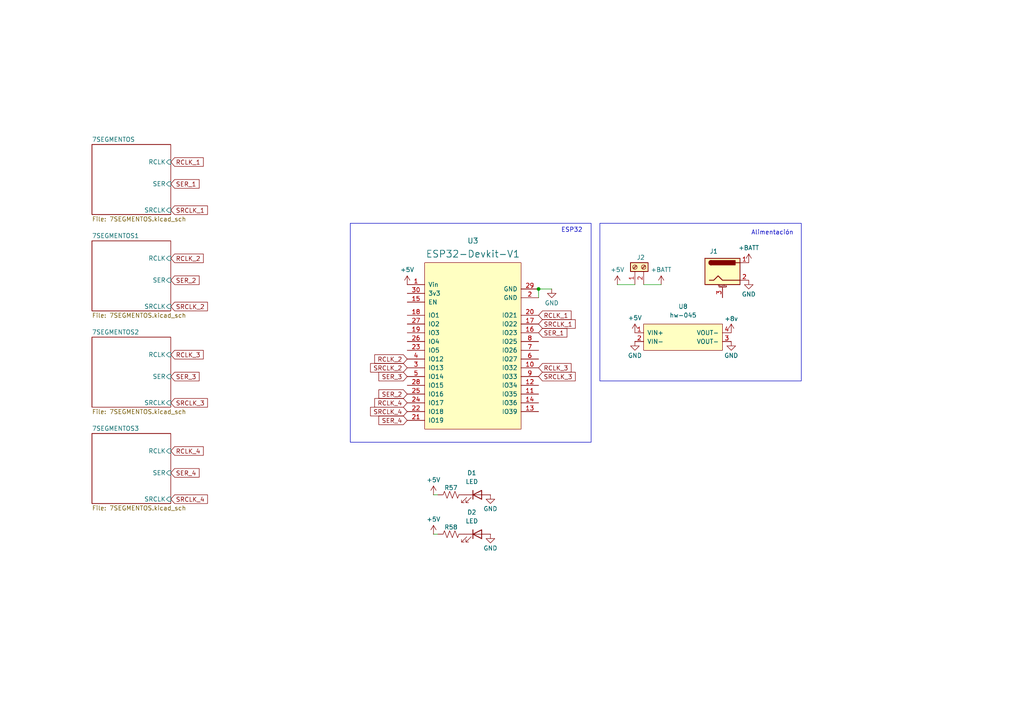
<source format=kicad_sch>
(kicad_sch (version 20250114) (generator "eeschema") (generator_version "9.0")
  (paper "A4")
  (lib_symbols
    (symbol "Connector:Barrel_Jack_MountingPin" (pin_names (hide yes))
      (property "Reference" "J1" (at -2.54 5.842 0))
      (symbol "Barrel_Jack_MountingPin_0_1"
        (rectangle (start -5.08 3.81) (end 5.08 -3.81) (stroke (width 0.254)) (fill (type background)))
        (polyline (pts (xy -3.81 -2.54) (xy -2.54 -2.54) (xy -1.27 -1.27) (xy 0 -2.54) (xy 2.54 -2.54) (xy 5.08 -2.54)) (stroke (width 0.254)))
        (arc (start -3.302 1.905) (mid -3.9343 2.54) (end -3.302 3.175) (stroke (width 0.254)))
        (arc (start -3.302 1.905) (mid -3.9343 2.54) (end -3.302 3.175) (stroke (width 0.254)) (fill (type outline)))
        (rectangle (start 3.683 3.175) (end -3.302 1.905) (stroke (width 0.254)) (fill (type outline)))
        (polyline (pts (xy 5.08 2.54) (xy 3.81 2.54)) (stroke (width 0.254)))
      )
      (symbol "Barrel_Jack_MountingPin_1_1"
        (polyline (pts (xy -1.016 -4.572) (xy 1.016 -4.572)) (stroke (width 0.1524)))
        (text "Mounting" (at 0 -4.191 0) (effects (font (size 0.381 0.381))))
        (pin passive line (at 0 -7.62 90) (length 3.048) (name "MountPin") (number "3"))
        (pin passive line (at 7.62 2.54 180) (length 2.54) (name "~") (number "1"))
        (pin passive line (at 7.62 -2.54 180) (length 2.54) (name "~") (number "2"))
      )
    )
    (symbol "Connector:Screw_Terminal_01x02" (pin_names (offset 1.016) (hide yes))
      (property "Reference" "J" (at 0 2.54 0))
      (property "Value" "Screw_Terminal_01x02" (at 0 -5.08 0))
      (symbol "Screw_Terminal_01x02_1_1"
        (rectangle (start -1.27 1.27) (end 1.27 -3.81) (stroke (width 0.254)) (fill (type background)))
        (polyline (pts (xy -0.5334 0.3302) (xy 0.3302 -0.508)) (stroke (width 0.1524)))
        (polyline (pts (xy -0.5334 -2.2098) (xy 0.3302 -3.048)) (stroke (width 0.1524)))
        (polyline (pts (xy -0.3556 0.508) (xy 0.508 -0.3302)) (stroke (width 0.1524)))
        (polyline (pts (xy -0.3556 -2.032) (xy 0.508 -2.8702)) (stroke (width 0.1524)))
        (circle (center 0 0) (radius 0.635) (stroke (width 0.1524)))
        (circle (center 0 -2.54) (radius 0.635) (stroke (width 0.1524)))
        (pin passive line (at -5.08 0 0) (length 3.81) (name "Pin_1") (number "1"))
        (pin passive line (at -5.08 -2.54 0) (length 3.81) (name "Pin_2") (number "2"))
      )
    )
    (symbol "Device:LED" (pin_numbers (hide yes)) (pin_names (offset 1.016) (hide yes))
      (property "Reference" "D" (at 0 2.54 0))
      (property "Value" "LED" (at 0 -2.54 0))
      (symbol "LED_0_1"
        (polyline (pts (xy -3.048 -0.762) (xy -4.572 -2.286) (xy -3.81 -2.286) (xy -4.572 -2.286) (xy -4.572 -1.524)))
        (polyline (pts (xy -1.778 -0.762) (xy -3.302 -2.286) (xy -2.54 -2.286) (xy -3.302 -2.286) (xy -3.302 -1.524)))
        (polyline (pts (xy -1.27 0) (xy 1.27 0)))
        (polyline (pts (xy -1.27 -1.27) (xy -1.27 1.27)) (stroke (width 0.254)))
        (polyline (pts (xy 1.27 -1.27) (xy 1.27 1.27) (xy -1.27 0) (xy 1.27 -1.27)) (stroke (width 0.254)))
      )
      (symbol "LED_1_1"
        (pin passive line (at -3.81 0 0) (length 2.54) (name "K") (number "1"))
        (pin passive line (at 3.81 0 180) (length 2.54) (name "A") (number "2"))
      )
    )
    (symbol "Device:R_US" (pin_numbers (hide yes)) (pin_names (offset 0))
      (property "Reference" "R" (at 2.54 0 90))
      (property "Value" "R_US" (at -2.54 0 90))
      (symbol "R_US_0_1"
        (polyline (pts (xy 0 2.286) (xy 0 2.54)))
        (polyline (pts (xy 0 2.286) (xy 1.016 1.905) (xy 0 1.524) (xy -1.016 1.143) (xy 0 0.762)))
        (polyline (pts (xy 0 0.762) (xy 1.016 0.381) (xy 0 0) (xy -1.016 -0.381) (xy 0 -0.762)))
        (polyline (pts (xy 0 -0.762) (xy 1.016 -1.143) (xy 0 -1.524) (xy -1.016 -1.905) (xy 0 -2.286)))
        (polyline (pts (xy 0 -2.286) (xy 0 -2.54)))
      )
      (symbol "R_US_1_1"
        (pin passive line (at 0 3.81 270) (length 1.27) (name "~") (number "1"))
        (pin passive line (at 0 -3.81 90) (length 1.27) (name "~") (number "2"))
      )
    )
    (symbol "ESP32 - devkit:ESP32-Devkit-V1" (pin_names (offset 1.016))
      (property "Reference" "U" (at 13.97 -21.59 0))
      (property "Value" "ESP32-Devkit-V1" (at 13.97 -2.54 0))
      (symbol "ESP32-Devkit-V1_0_1"
        (rectangle (start 0 0) (end 27.94 -48.26) (fill (type background)))
      )
      (symbol "ESP32-Devkit-V1_1_1"
        (pin power_in line (at -5.08 -6.35 0) (length 5.08) (name "Vin") (number "1"))
        (pin power_out line (at -5.08 -8.89 0) (length 5.08) (name "3v3") (number "30"))
        (pin input line (at -5.08 -11.43 0) (length 5.08) (name "EN") (number "15"))
        (pin bidirectional line (at -5.08 -15.24 0) (length 5.08) (name "IO1") (number "18"))
        (pin bidirectional line (at -5.08 -17.78 0) (length 5.08) (name "IO2") (number "27"))
        (pin bidirectional line (at -5.08 -20.32 0) (length 5.08) (name "IO3") (number "19"))
        (pin bidirectional line (at -5.08 -22.86 0) (length 5.08) (name "IO4") (number "26"))
        (pin bidirectional line (at -5.08 -25.4 0) (length 5.08) (name "IO5") (number "23"))
        (pin bidirectional line (at -5.08 -27.94 0) (length 5.08) (name "IO12") (number "4"))
        (pin bidirectional line (at -5.08 -30.48 0) (length 5.08) (name "IO13") (number "3"))
        (pin bidirectional line (at -5.08 -33.02 0) (length 5.08) (name "IO14") (number "5"))
        (pin bidirectional line (at -5.08 -35.56 0) (length 5.08) (name "IO15") (number "28"))
        (pin bidirectional line (at -5.08 -38.1 0) (length 5.08) (name "IO16") (number "25"))
        (pin bidirectional line (at -5.08 -40.64 0) (length 5.08) (name "IO17") (number "24"))
        (pin bidirectional line (at -5.08 -43.18 0) (length 5.08) (name "IO18") (number "22"))
        (pin bidirectional line (at -5.08 -45.72 0) (length 5.08) (name "IO19") (number "21"))
        (pin power_out line (at 33.02 -7.62 180) (length 5.08) (name "GND") (number "29"))
        (pin power_out line (at 33.02 -10.16 180) (length 5.08) (name "GND") (number "2"))
        (pin bidirectional line (at 33.02 -15.24 180) (length 5.08) (name "IO21") (number "20"))
        (pin bidirectional line (at 33.02 -17.78 180) (length 5.08) (name "IO22") (number "17"))
        (pin bidirectional line (at 33.02 -20.32 180) (length 5.08) (name "IO23") (number "16"))
        (pin bidirectional line (at 33.02 -22.86 180) (length 5.08) (name "IO25") (number "8"))
        (pin bidirectional line (at 33.02 -25.4 180) (length 5.08) (name "IO26") (number "7"))
        (pin bidirectional line (at 33.02 -27.94 180) (length 5.08) (name "IO27") (number "6"))
        (pin bidirectional line (at 33.02 -30.48 180) (length 5.08) (name "IO32") (number "10"))
        (pin bidirectional line (at 33.02 -33.02 180) (length 5.08) (name "IO33") (number "9"))
        (pin bidirectional line (at 33.02 -35.56 180) (length 5.08) (name "IO34") (number "12"))
        (pin bidirectional line (at 33.02 -38.1 180) (length 5.08) (name "IO35") (number "11"))
        (pin bidirectional line (at 33.02 -40.64 180) (length 5.08) (name "IO36") (number "14"))
        (pin bidirectional line (at 33.02 -43.18 180) (length 5.08) (name "IO39") (number "13"))
      )
    )
    (symbol "MT3608:hw-045" (pin_names (offset 1.016))
      (property "Reference" "U" (at 0 0 0))
      (property "Value" "hw-045" (at 0 1.905 0))
      (symbol "hw-045_0_1"
        (rectangle (start -10.16 5.08) (end 12.7 -2.54) (fill (type background)))
      )
      (symbol "hw-045_1_1"
        (pin input line (at -12.7 2.54 0) (length 2.54) (name "VIN+") (number "1"))
        (pin input line (at -12.7 0 0) (length 2.54) (name "VIN-") (number "2"))
        (pin input line (at 15.24 2.54 180) (length 2.54) (name "VOUT-") (number "4"))
        (pin input line (at 15.24 0 180) (length 2.54) (name "VOUT-") (number "3"))
      )
    )
    (symbol "power:+5V" (power) (pin_numbers (hide yes)) (pin_names (offset 0) (hide yes))
      (property "Value" "+5V" (at 0 3.556 0))
      (symbol "+5V_0_1"
        (polyline (pts (xy -0.762 1.27) (xy 0 2.54)))
        (polyline (pts (xy 0 2.54) (xy 0.762 1.27)))
        (polyline (pts (xy 0 0) (xy 0 2.54)))
      )
      (symbol "+5V_1_1"
        (pin power_in line (at 0 0 90) (length 0) (name "~") (number "1"))
      )
    )
    (symbol "power:+BATT" (power) (pin_numbers (hide yes)) (pin_names (offset 0) (hide yes))
      (property "Value" "+BATT" (at 0 3.556 0))
      (symbol "+BATT_0_1"
        (polyline (pts (xy -0.762 1.27) (xy 0 2.54)))
        (polyline (pts (xy 0 2.54) (xy 0.762 1.27)))
        (polyline (pts (xy 0 0) (xy 0 2.54)))
      )
      (symbol "+BATT_1_1"
        (pin power_in line (at 0 0 90) (length 0) (name "~") (number "1"))
      )
    )
    (symbol "power:GND" (power) (pin_numbers (hide yes)) (pin_names (offset 0) (hide yes))
      (property "Value" "GND" (at 0 -3.81 0))
      (symbol "GND_0_1"
        (polyline (pts (xy 0 0) (xy 0 -1.27) (xy 1.27 -1.27) (xy 0 -2.54) (xy -1.27 -1.27) (xy 0 -1.27)))
      )
      (symbol "GND_1_1"
        (pin power_in line (at 0 0 270) (length 0) (name "~") (number "1"))
      )
    )
    (symbol "power:VCC" (power) (pin_numbers (hide yes)) (pin_names (offset 0) (hide yes))
      (property "Value" "VCC" (at 0 3.556 0))
      (symbol "VCC_0_1"
        (polyline (pts (xy -0.762 1.27) (xy 0 2.54)))
        (polyline (pts (xy 0 2.54) (xy 0.762 1.27)))
        (polyline (pts (xy 0 0) (xy 0 2.54)))
      )
      (symbol "VCC_1_1"
        (pin power_in line (at 0 0 90) (length 0) (name "~") (number "1"))
      )
    )
  )
  (rectangle (start 101.6 64.77) (end 171.45 128.27))
  (rectangle (start 173.99 64.77) (end 232.41 110.49))
  (text "ESP32\n" (at 165.862 66.802 0) (effects (font (size 1.27 1.27))))
  (text "Alimentación\n" (at 224.028 67.564 0) (effects (font (size 1.27 1.27))))
  (junction (at 156.21 83.82))
  (wire (pts (xy 179.07 82.55) (xy 184.15 82.55)))
  (wire (pts (xy 156.21 83.82) (xy 156.21 86.36)))
  (wire (pts (xy 156.21 83.82) (xy 160.02 83.82)))
  (wire (pts (xy 125.73 143.51) (xy 127 143.51)))
  (wire (pts (xy 186.69 82.55) (xy 191.77 82.55)))
  (wire (pts (xy 125.73 154.94) (xy 127 154.94)))
  (global_label "RCLK_2" (shape input) (at 49.53 74.93 0) (property "Intersheetrefs" "${INTERSHEET_REFS}" (effects (hide yes))))
  (global_label "SER_3" (shape input) (at 49.53 109.22 0) (property "Intersheetrefs" "${INTERSHEET_REFS}" (effects (hide yes))))
  (global_label "SRCLK_2" (shape input) (at 118.11 106.68 180) (property "Intersheetrefs" "${INTERSHEET_REFS}" (effects (hide yes))))
  (global_label "SER_2" (shape input) (at 118.11 114.3 180) (property "Intersheetrefs" "${INTERSHEET_REFS}" (effects (hide yes))))
  (global_label "SRCLK_2" (shape input) (at 49.53 88.9 0) (property "Intersheetrefs" "${INTERSHEET_REFS}" (effects (hide yes))))
  (global_label "RCLK_1" (shape input) (at 156.21 91.44 0) (property "Intersheetrefs" "${INTERSHEET_REFS}" (effects (hide yes))))
  (global_label "RCLK_2" (shape input) (at 118.11 104.14 180) (property "Intersheetrefs" "${INTERSHEET_REFS}" (effects (hide yes))))
  (global_label "SRCLK_3" (shape input) (at 156.21 109.22 0) (property "Intersheetrefs" "${INTERSHEET_REFS}" (effects (hide yes))))
  (global_label "SRCLK_4" (shape input) (at 49.53 144.78 0) (property "Intersheetrefs" "${INTERSHEET_REFS}" (effects (hide yes))))
  (global_label "SER_2" (shape input) (at 49.53 81.28 0) (property "Intersheetrefs" "${INTERSHEET_REFS}" (effects (hide yes))))
  (global_label "SRCLK_4" (shape input) (at 118.11 119.38 180) (property "Intersheetrefs" "${INTERSHEET_REFS}" (effects (hide yes))))
  (global_label "RCLK_3" (shape input) (at 156.21 106.68 0) (property "Intersheetrefs" "${INTERSHEET_REFS}" (effects (hide yes))))
  (global_label "RCLK_4" (shape input) (at 118.11 116.84 180) (property "Intersheetrefs" "${INTERSHEET_REFS}" (effects (hide yes))))
  (global_label "SER_1" (shape input) (at 156.21 96.52 0) (property "Intersheetrefs" "${INTERSHEET_REFS}" (effects (hide yes))))
  (global_label "SRCLK_1" (shape input) (at 49.53 60.96 0) (property "Intersheetrefs" "${INTERSHEET_REFS}" (effects (hide yes))))
  (global_label "SRCLK_1" (shape input) (at 156.21 93.98 0) (property "Intersheetrefs" "${INTERSHEET_REFS}" (effects (hide yes))))
  (global_label "SER_1" (shape input) (at 49.53 53.34 0) (property "Intersheetrefs" "${INTERSHEET_REFS}" (effects (hide yes))))
  (global_label "SRCLK_3" (shape input) (at 49.53 116.84 0) (property "Intersheetrefs" "${INTERSHEET_REFS}" (effects (hide yes))))
  (global_label "SER_4" (shape input) (at 118.11 121.92 180) (property "Intersheetrefs" "${INTERSHEET_REFS}" (effects (hide yes))))
  (global_label "SER_4" (shape input) (at 49.53 137.16 0) (property "Intersheetrefs" "${INTERSHEET_REFS}" (effects (hide yes))))
  (global_label "SER_3" (shape input) (at 118.11 109.22 180) (property "Intersheetrefs" "${INTERSHEET_REFS}" (effects (hide yes))))
  (global_label "RCLK_1" (shape input) (at 49.53 46.99 0) (property "Intersheetrefs" "${INTERSHEET_REFS}" (effects (hide yes))))
  (global_label "RCLK_4" (shape input) (at 49.53 130.81 0) (property "Intersheetrefs" "${INTERSHEET_REFS}" (effects (hide yes))))
  (global_label "RCLK_3" (shape input) (at 49.53 102.87 0) (property "Intersheetrefs" "${INTERSHEET_REFS}" (effects (hide yes))))
  (symbol (lib_id "power:GND") (at 212.09 99.06 0) (unit 1)
    (property "Reference" "#PWR030" (effects (hide yes)))
    (property "Value" "GND" (at 212.09 103.124 0))
    (property "Description" "Power symbol creates a global label with name \"GND\" , ground" (effects (hide yes)))
  )
  (symbol (lib_id "power:GND") (at 142.24 154.94 0) (unit 1)
    (property "Reference" "#PWR032" (effects (hide yes)))
    (property "Value" "GND" (at 142.24 159.004 0))
    (property "Description" "Power symbol creates a global label with name \"GND\" , ground" (effects (hide yes)))
  )
  (symbol (lib_id "power:+5V") (at 118.11 82.55 0) (unit 1)
    (property "Reference" "#PWR08" (effects (hide yes)))
    (property "Value" "+5V" (at 118.11 78.232 0))
    (property "Description" "Power symbol creates a global label with name \"+5V\"" (effects (hide yes)))
  )
  (symbol (lib_id "Device:R_US") (at 130.81 154.94 90) (unit 1)
    (property "Reference" "R58" (at 130.81 152.908 90))
    (property "Value" "R_US" (effects (hide yes)))
    (property "Footprint" "Resistor_SMD:R_1206_3216Metric_Pad1.30x1.75mm_HandSolder" (effects (hide yes)))
    (property "Description" "Resistor, US symbol" (effects (hide yes)))
  )
  (symbol (lib_id "power:GND") (at 160.02 83.82 0) (unit 1)
    (property "Reference" "#PWR07" (effects (hide yes)))
    (property "Value" "GND" (at 160.02 87.884 0))
    (property "Description" "Power symbol creates a global label with name \"GND\" , ground" (effects (hide yes)))
  )
  (symbol (lib_id "Connector:Barrel_Jack_MountingPin") (at 209.55 78.74 0) (unit 1)
    (property "Reference" "J1" (at 207.01 72.898 0))
    (property "Value" "Barrel_Jack_MountingPin" (effects (hide yes)))
    (property "Footprint" "Connector_BarrelJack:BarrelJack_Horizontal" (effects (hide yes)))
    (property "Description" "DC Barrel Jack with a mounting pin" (effects (hide yes)))
  )
  (symbol (lib_id "power:GND") (at 184.15 99.06 0) (unit 1)
    (property "Reference" "#PWR029" (effects (hide yes)))
    (property "Value" "GND" (at 184.15 103.124 0))
    (property "Description" "Power symbol creates a global label with name \"GND\" , ground" (effects (hide yes)))
  )
  (symbol (lib_id "power:VCC") (at 212.09 96.52 0) (unit 1)
    (property "Reference" "#PWR031" (effects (hide yes)))
    (property "Value" "+8v" (at 212.09 92.456 0))
    (property "Description" "Power symbol creates a global label with name \"VCC\"" (effects (hide yes)))
  )
  (symbol (lib_id "power:+5V") (at 184.15 96.52 0) (unit 1)
    (property "Reference" "#PWR028" (effects (hide yes)))
    (property "Value" "+5V" (at 184.15 92.202 0))
    (property "Description" "Power symbol creates a global label with name \"+5V\"" (effects (hide yes)))
  )
  (symbol (lib_id "power:+5V") (at 125.73 143.51 0) (unit 1)
    (property "Reference" "#PWR034" (effects (hide yes)))
    (property "Value" "+5V" (at 125.73 139.192 0))
    (property "Description" "Power symbol creates a global label with name \"+5V\"" (effects (hide yes)))
  )
  (symbol (lib_id "MT3608:hw-045") (at 196.85 99.06 0) (unit 1)
    (property "Reference" "U8" (at 198.12 88.9 0))
    (property "Value" "hw-045" (at 198.12 91.44 0))
    (property "Footprint" "MT3608:hw-045" (effects (hide yes)))
  )
  (symbol (lib_id "power:+5V") (at 179.07 82.55 0) (unit 1)
    (property "Reference" "#PWR025" (effects (hide yes)))
    (property "Value" "+5V" (at 179.07 78.232 0))
    (property "Description" "Power symbol creates a global label with name \"+5V\"" (effects (hide yes)))
  )
  (symbol (lib_id "power:+BATT") (at 217.17 76.2 0) (unit 1)
    (property "Reference" "#PWR026" (effects (hide yes)))
    (property "Value" "+BATT" (at 217.17 71.882 0))
    (property "Description" "Power symbol creates a global label with name \"+BATT\"" (effects (hide yes)))
  )
  (symbol (lib_id "power:GND") (at 142.24 143.51 0) (unit 1)
    (property "Reference" "#PWR033" (effects (hide yes)))
    (property "Value" "GND" (at 142.24 147.574 0))
    (property "Description" "Power symbol creates a global label with name \"GND\" , ground" (effects (hide yes)))
  )
  (symbol (lib_id "Device:LED") (at 138.43 154.94 0) (unit 1)
    (property "Reference" "D2" (at 136.8425 148.59 0))
    (property "Value" "LED" (at 136.8425 151.13 0))
    (property "Footprint" "LED_THT:LED_D5.0mm" (effects (hide yes)))
    (property "Description" "Light emitting diode" (effects (hide yes)))
    (property "Sim.Pins" "1=K 2=A" (effects (hide yes)))
  )
  (symbol (lib_id "Connector:Screw_Terminal_01x02") (at 184.15 77.47 90) (unit 1)
    (property "Reference" "J2" (at 184.658 74.676 90) (effects (justify right)))
    (property "Value" "Screw_Terminal_01x02" (effects (hide yes)))
    (property "Footprint" "TerminalBlock_Phoenix:TerminalBlock_Phoenix_MKDS-1,5-2-5.08_1x02_P5.08mm_Horizontal" (effects (hide yes)))
    (property "Description" "Generic screw terminal, single row, 01x02, script generated (kicad-library-utils/schlib/autogen/connector/)" (effects (hide yes)))
  )
  (symbol (lib_id "power:+5V") (at 125.73 154.94 0) (unit 1)
    (property "Reference" "#PWR035" (effects (hide yes)))
    (property "Value" "+5V" (at 125.73 150.622 0))
    (property "Description" "Power symbol creates a global label with name \"+5V\"" (effects (hide yes)))
  )
  (symbol (lib_id "power:GND") (at 217.17 81.28 0) (unit 1)
    (property "Reference" "#PWR024" (effects (hide yes)))
    (property "Value" "GND" (at 217.17 85.344 0))
    (property "Description" "Power symbol creates a global label with name \"GND\" , ground" (effects (hide yes)))
  )
  (symbol (lib_id "Device:R_US") (at 130.81 143.51 90) (unit 1)
    (property "Reference" "R57" (at 130.81 141.478 90))
    (property "Value" "R_US" (effects (hide yes)))
    (property "Footprint" "Resistor_SMD:R_1206_3216Metric_Pad1.30x1.75mm_HandSolder" (effects (hide yes)))
    (property "Description" "Resistor, US symbol" (effects (hide yes)))
  )
  (symbol (lib_id "power:+BATT") (at 191.77 82.55 0) (unit 1)
    (property "Reference" "#PWR027" (effects (hide yes)))
    (property "Value" "+BATT" (at 191.77 78.232 0))
    (property "Description" "Power symbol creates a global label with name \"+BATT\"" (effects (hide yes)))
  )
  (symbol (lib_id "Device:LED") (at 138.43 143.51 0) (unit 1)
    (property "Reference" "D1" (at 136.8425 137.16 0))
    (property "Value" "LED" (at 136.8425 139.7 0))
    (property "Footprint" "LED_THT:LED_D5.0mm" (effects (hide yes)))
    (property "Description" "Light emitting diode" (effects (hide yes)))
    (property "Sim.Pins" "1=K 2=A" (effects (hide yes)))
  )
  (symbol (lib_id "ESP32 - devkit:ESP32-Devkit-V1") (at 123.19 76.2 0) (unit 1)
    (property "Reference" "U3" (at 137.16 69.85 0) (effects (font (size 1.524 1.524))))
    (property "Value" "ESP32-Devkit-V1" (at 137.16 73.66 0) (effects (font (size 2.0066 2.0066))))
    (property "Footprint" "ESP32 - devkit:DOIT_ESP32_Devkit" (effects (hide yes)))
  )
  (sheet (at 26.67 97.79) (size 22.86 20.32) (stroke (width 0.1524))
    (property "Sheetname" "7SEGMENTOS2" (at 26.67 97.0784 0) (effects (justify left bottom)))
    (property "Sheetfile" "7SEGMENTOS.kicad_sch" (at 26.67 118.6946 0) (effects (justify left top)))
    (pin "RCLK" input (at 49.53 102.87 0))
    (pin "SER" input (at 49.53 109.22 0))
    (pin "SRCLK" input (at 49.53 116.84 0))
  )
  (sheet (at 26.67 69.85) (size 22.86 20.32) (stroke (width 0.1524))
    (property "Sheetname" "7SEGMENTOS1" (at 26.67 69.1384 0) (effects (justify left bottom)))
    (property "Sheetfile" "7SEGMENTOS.kicad_sch" (at 26.67 90.7546 0) (effects (justify left top)))
    (pin "RCLK" input (at 49.53 74.93 0))
    (pin "SER" input (at 49.53 81.28 0))
    (pin "SRCLK" input (at 49.53 88.9 0))
  )
  (sheet (at 26.67 125.73) (size 22.86 20.32) (stroke (width 0.1524))
    (property "Sheetname" "7SEGMENTOS3" (at 26.67 125.0184 0) (effects (justify left bottom)))
    (property "Sheetfile" "7SEGMENTOS.kicad_sch" (at 26.67 146.6346 0) (effects (justify left top)))
    (pin "RCLK" input (at 49.53 130.81 0))
    (pin "SER" input (at 49.53 137.16 0))
    (pin "SRCLK" input (at 49.53 144.78 0))
  )
  (sheet (at 26.67 41.91) (size 22.86 20.32) (stroke (width 0.1524))
    (property "Sheetname" "7SEGMENTOS" (at 26.67 41.1984 0) (effects (justify left bottom)))
    (property "Sheetfile" "7SEGMENTOS.kicad_sch" (at 26.67 62.8146 0) (effects (justify left top)))
    (pin "RCLK" input (at 49.53 46.99 0))
    (pin "SER" input (at 49.53 53.34 0))
    (pin "SRCLK" input (at 49.53 60.96 0))
  )
)
</source>
